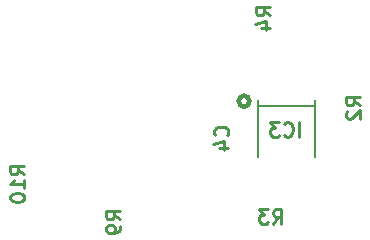
<source format=gbr>
G04 #@! TF.GenerationSoftware,KiCad,Pcbnew,(5.0.2)-1*
G04 #@! TF.CreationDate,2019-04-22T11:09:00+04:00*
G04 #@! TF.ProjectId,SD_CARD_and_SPI_FLASH_v2.2,53445f43-4152-4445-9f61-6e645f535049,rev?*
G04 #@! TF.SameCoordinates,Original*
G04 #@! TF.FileFunction,Legend,Bot*
G04 #@! TF.FilePolarity,Positive*
%FSLAX46Y46*%
G04 Gerber Fmt 4.6, Leading zero omitted, Abs format (unit mm)*
G04 Created by KiCad (PCBNEW (5.0.2)-1) date 22/04/2019 11:09:00*
%MOMM*%
%LPD*%
G01*
G04 APERTURE LIST*
%ADD10C,0.406400*%
%ADD11C,0.203200*%
%ADD12C,0.220000*%
G04 APERTURE END LIST*
D10*
X159715900Y-97282000D02*
G75*
G03X159715900Y-97282000I-457900J0D01*
G01*
D11*
G04 #@! TO.C,IC3*
X165231100Y-102033600D02*
X165231100Y-97673600D01*
X165231100Y-97673600D02*
X165231100Y-97173600D01*
X160431100Y-97173600D02*
X160431100Y-97673600D01*
X160431100Y-97673600D02*
X160431100Y-102033600D01*
X165231100Y-97673600D02*
X160431100Y-97673600D01*
G04 #@! TO.C,R2*
D12*
X169106547Y-97639690D02*
X168532023Y-97237523D01*
X169106547Y-96950261D02*
X167900047Y-96950261D01*
X167900047Y-97409880D01*
X167957500Y-97524785D01*
X168014952Y-97582238D01*
X168129857Y-97639690D01*
X168302214Y-97639690D01*
X168417119Y-97582238D01*
X168474571Y-97524785D01*
X168532023Y-97409880D01*
X168532023Y-96950261D01*
X168014952Y-98099309D02*
X167957500Y-98156761D01*
X167900047Y-98271666D01*
X167900047Y-98558928D01*
X167957500Y-98673833D01*
X168014952Y-98731285D01*
X168129857Y-98788738D01*
X168244761Y-98788738D01*
X168417119Y-98731285D01*
X169106547Y-98041857D01*
X169106547Y-98788738D01*
G04 #@! TO.C,R3*
X161694309Y-107638547D02*
X162096476Y-107064023D01*
X162383738Y-107638547D02*
X162383738Y-106432047D01*
X161924119Y-106432047D01*
X161809214Y-106489500D01*
X161751761Y-106546952D01*
X161694309Y-106661857D01*
X161694309Y-106834214D01*
X161751761Y-106949119D01*
X161809214Y-107006571D01*
X161924119Y-107064023D01*
X162383738Y-107064023D01*
X161292142Y-106432047D02*
X160545261Y-106432047D01*
X160947428Y-106891666D01*
X160775071Y-106891666D01*
X160660166Y-106949119D01*
X160602714Y-107006571D01*
X160545261Y-107121476D01*
X160545261Y-107408738D01*
X160602714Y-107523642D01*
X160660166Y-107581095D01*
X160775071Y-107638547D01*
X161119785Y-107638547D01*
X161234690Y-107581095D01*
X161292142Y-107523642D01*
G04 #@! TO.C,IC3*
X163907738Y-100272547D02*
X163907738Y-99066047D01*
X162643785Y-100157642D02*
X162701238Y-100215095D01*
X162873595Y-100272547D01*
X162988500Y-100272547D01*
X163160857Y-100215095D01*
X163275761Y-100100190D01*
X163333214Y-99985285D01*
X163390666Y-99755476D01*
X163390666Y-99583119D01*
X163333214Y-99353309D01*
X163275761Y-99238404D01*
X163160857Y-99123500D01*
X162988500Y-99066047D01*
X162873595Y-99066047D01*
X162701238Y-99123500D01*
X162643785Y-99180952D01*
X162241619Y-99066047D02*
X161494738Y-99066047D01*
X161896904Y-99525666D01*
X161724547Y-99525666D01*
X161609642Y-99583119D01*
X161552190Y-99640571D01*
X161494738Y-99755476D01*
X161494738Y-100042738D01*
X161552190Y-100157642D01*
X161609642Y-100215095D01*
X161724547Y-100272547D01*
X162069261Y-100272547D01*
X162184166Y-100215095D01*
X162241619Y-100157642D01*
G04 #@! TO.C,R4*
X161486547Y-90019690D02*
X160912023Y-89617523D01*
X161486547Y-89330261D02*
X160280047Y-89330261D01*
X160280047Y-89789880D01*
X160337500Y-89904785D01*
X160394952Y-89962238D01*
X160509857Y-90019690D01*
X160682214Y-90019690D01*
X160797119Y-89962238D01*
X160854571Y-89904785D01*
X160912023Y-89789880D01*
X160912023Y-89330261D01*
X160682214Y-91053833D02*
X161486547Y-91053833D01*
X160222595Y-90766571D02*
X161084380Y-90479309D01*
X161084380Y-91226190D01*
G04 #@! TO.C,C4*
X157815642Y-100179690D02*
X157873095Y-100122238D01*
X157930547Y-99949880D01*
X157930547Y-99834976D01*
X157873095Y-99662619D01*
X157758190Y-99547714D01*
X157643285Y-99490261D01*
X157413476Y-99432809D01*
X157241119Y-99432809D01*
X157011309Y-99490261D01*
X156896404Y-99547714D01*
X156781500Y-99662619D01*
X156724047Y-99834976D01*
X156724047Y-99949880D01*
X156781500Y-100122238D01*
X156838952Y-100179690D01*
X157126214Y-101213833D02*
X157930547Y-101213833D01*
X156666595Y-100926571D02*
X157528380Y-100639309D01*
X157528380Y-101386190D01*
G04 #@! TO.C,R9*
X148786547Y-107291690D02*
X148212023Y-106889523D01*
X148786547Y-106602261D02*
X147580047Y-106602261D01*
X147580047Y-107061880D01*
X147637500Y-107176785D01*
X147694952Y-107234238D01*
X147809857Y-107291690D01*
X147982214Y-107291690D01*
X148097119Y-107234238D01*
X148154571Y-107176785D01*
X148212023Y-107061880D01*
X148212023Y-106602261D01*
X148786547Y-107866214D02*
X148786547Y-108096023D01*
X148729095Y-108210928D01*
X148671642Y-108268380D01*
X148499285Y-108383285D01*
X148269476Y-108440738D01*
X147809857Y-108440738D01*
X147694952Y-108383285D01*
X147637500Y-108325833D01*
X147580047Y-108210928D01*
X147580047Y-107981119D01*
X147637500Y-107866214D01*
X147694952Y-107808761D01*
X147809857Y-107751309D01*
X148097119Y-107751309D01*
X148212023Y-107808761D01*
X148269476Y-107866214D01*
X148326928Y-107981119D01*
X148326928Y-108210928D01*
X148269476Y-108325833D01*
X148212023Y-108383285D01*
X148097119Y-108440738D01*
G04 #@! TO.C,R10*
X140658547Y-103481690D02*
X140084023Y-103079523D01*
X140658547Y-102792261D02*
X139452047Y-102792261D01*
X139452047Y-103251880D01*
X139509500Y-103366785D01*
X139566952Y-103424238D01*
X139681857Y-103481690D01*
X139854214Y-103481690D01*
X139969119Y-103424238D01*
X140026571Y-103366785D01*
X140084023Y-103251880D01*
X140084023Y-102792261D01*
X140658547Y-104630738D02*
X140658547Y-103941309D01*
X140658547Y-104286023D02*
X139452047Y-104286023D01*
X139624404Y-104171119D01*
X139739309Y-104056214D01*
X139796761Y-103941309D01*
X139452047Y-105377619D02*
X139452047Y-105492523D01*
X139509500Y-105607428D01*
X139566952Y-105664880D01*
X139681857Y-105722333D01*
X139911666Y-105779785D01*
X140198928Y-105779785D01*
X140428738Y-105722333D01*
X140543642Y-105664880D01*
X140601095Y-105607428D01*
X140658547Y-105492523D01*
X140658547Y-105377619D01*
X140601095Y-105262714D01*
X140543642Y-105205261D01*
X140428738Y-105147809D01*
X140198928Y-105090357D01*
X139911666Y-105090357D01*
X139681857Y-105147809D01*
X139566952Y-105205261D01*
X139509500Y-105262714D01*
X139452047Y-105377619D01*
G04 #@! TD*
M02*

</source>
